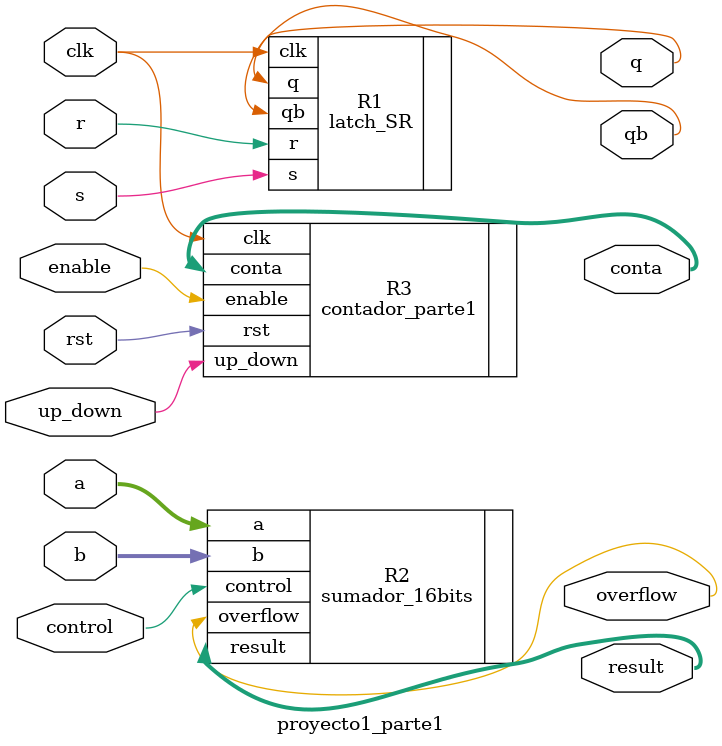
<source format=v>
`timescale 1ns/100ps

module proyecto1_parte1 (clk,r,s,q,qb,a,b,control,result,overflow,rst,up_down,enable,conta);

	input clk,r,s,control,rst,up_down,enable;
	input [15:0] a,b;
	
	output q,qb,overflow;
	output [15:0] result;
	output [7:0] conta;
	
	latch_SR R1 (.clk(clk),.r(r),.s(s),.q(q),.qb(qb));
	sumador_16bits R2 (.a(a),.b(b),.control(control),.result(result),.overflow(overflow));
	contador_parte1 R3 (.clk(clk),.rst(rst),.up_down(up_down),.enable(enable),.conta(conta));

	
endmodule

</source>
